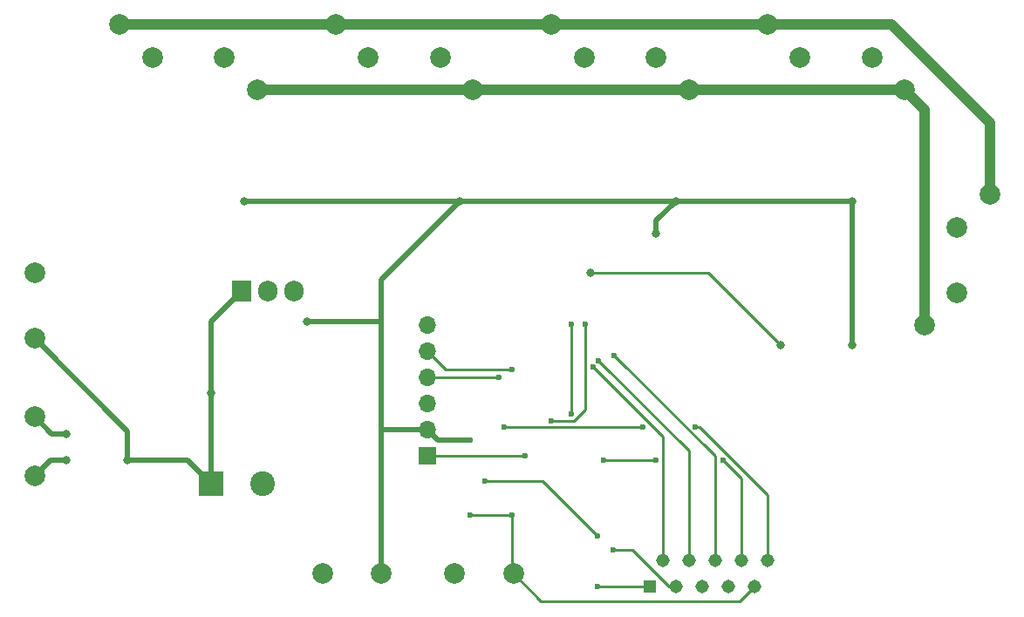
<source format=gbr>
G04 #@! TF.GenerationSoftware,KiCad,Pcbnew,(5.1.10-0-10_14)*
G04 #@! TF.CreationDate,2021-05-14T18:06:29+02:00*
G04 #@! TF.ProjectId,input-sel,696e7075-742d-4736-956c-2e6b69636164,rev?*
G04 #@! TF.SameCoordinates,Original*
G04 #@! TF.FileFunction,Copper,L2,Bot*
G04 #@! TF.FilePolarity,Positive*
%FSLAX46Y46*%
G04 Gerber Fmt 4.6, Leading zero omitted, Abs format (unit mm)*
G04 Created by KiCad (PCBNEW (5.1.10-0-10_14)) date 2021-05-14 18:06:29*
%MOMM*%
%LPD*%
G01*
G04 APERTURE LIST*
G04 #@! TA.AperFunction,ComponentPad*
%ADD10R,1.308000X1.308000*%
G04 #@! TD*
G04 #@! TA.AperFunction,ComponentPad*
%ADD11C,1.308000*%
G04 #@! TD*
G04 #@! TA.AperFunction,ComponentPad*
%ADD12O,1.905000X2.000000*%
G04 #@! TD*
G04 #@! TA.AperFunction,ComponentPad*
%ADD13R,1.905000X2.000000*%
G04 #@! TD*
G04 #@! TA.AperFunction,ComponentPad*
%ADD14C,2.400000*%
G04 #@! TD*
G04 #@! TA.AperFunction,ComponentPad*
%ADD15R,2.400000X2.400000*%
G04 #@! TD*
G04 #@! TA.AperFunction,ComponentPad*
%ADD16C,2.000000*%
G04 #@! TD*
G04 #@! TA.AperFunction,ComponentPad*
%ADD17O,1.700000X1.700000*%
G04 #@! TD*
G04 #@! TA.AperFunction,ComponentPad*
%ADD18R,1.700000X1.700000*%
G04 #@! TD*
G04 #@! TA.AperFunction,ViaPad*
%ADD19C,0.800000*%
G04 #@! TD*
G04 #@! TA.AperFunction,ViaPad*
%ADD20C,0.600000*%
G04 #@! TD*
G04 #@! TA.AperFunction,Conductor*
%ADD21C,0.500000*%
G04 #@! TD*
G04 #@! TA.AperFunction,Conductor*
%ADD22C,0.250000*%
G04 #@! TD*
G04 #@! TA.AperFunction,Conductor*
%ADD23C,1.000000*%
G04 #@! TD*
G04 APERTURE END LIST*
D10*
X178435000Y-105410000D03*
D11*
X179705000Y-102870000D03*
X180975000Y-105410000D03*
X182245000Y-102870000D03*
X183515000Y-105410000D03*
X184785000Y-102870000D03*
X186055000Y-105410000D03*
X187325000Y-102870000D03*
X188595000Y-105410000D03*
X189865000Y-102870000D03*
D12*
X143891000Y-76708000D03*
X141351000Y-76708000D03*
D13*
X138811000Y-76708000D03*
D14*
X140890000Y-95377000D03*
D15*
X135890000Y-95377000D03*
D16*
X189865000Y-50800000D03*
X193040000Y-53975000D03*
X203200000Y-57150000D03*
X200025000Y-53975000D03*
X168910000Y-50800000D03*
X172085000Y-53975000D03*
X182245000Y-57150000D03*
X179070000Y-53975000D03*
X147955000Y-50800000D03*
X151130000Y-53975000D03*
X161290000Y-57150000D03*
X158115000Y-53975000D03*
X127000000Y-50800000D03*
X130175000Y-53975000D03*
X140335000Y-57150000D03*
X137160000Y-53975000D03*
X211455000Y-67310000D03*
X208280000Y-70485000D03*
X205105000Y-80010000D03*
X208280000Y-76835000D03*
D17*
X156845000Y-80010000D03*
X156845000Y-82550000D03*
X156845000Y-85090000D03*
X156845000Y-87630000D03*
X156845000Y-90170000D03*
D18*
X156845000Y-92710000D03*
D16*
X118745000Y-88900000D03*
X118745000Y-94615000D03*
X118745000Y-74930000D03*
X118745000Y-81280000D03*
X146685000Y-104140000D03*
X152400000Y-104140000D03*
X159512000Y-104140000D03*
X165227000Y-104140000D03*
D19*
X127762000Y-93091000D03*
X135890000Y-86614000D03*
X198120000Y-81915000D03*
X198120000Y-67945000D03*
X180975000Y-67945000D03*
X160020000Y-67945000D03*
X139065000Y-67945000D03*
X179070000Y-71120000D03*
D20*
X161036000Y-91186000D03*
X174879000Y-101854000D03*
X162433000Y-95123000D03*
X173355000Y-100457000D03*
X154178000Y-90170000D03*
D19*
X145161000Y-79629000D03*
D20*
X165100000Y-98425000D03*
X161036000Y-98425000D03*
X164338000Y-89916000D03*
X177800000Y-89916000D03*
X182880000Y-89916000D03*
X173990000Y-93091000D03*
X179070000Y-93091000D03*
X185547000Y-93091000D03*
X175006000Y-82931000D03*
X173482000Y-83439000D03*
X172972058Y-84075942D03*
X173355000Y-105410000D03*
X165100000Y-84328000D03*
X163830000Y-85090000D03*
D19*
X172720000Y-74930000D03*
X191135000Y-81915000D03*
D20*
X170815000Y-79883000D03*
X170815000Y-88646000D03*
X172212000Y-79883000D03*
X168910000Y-89281000D03*
D19*
X121793000Y-93091000D03*
X121793000Y-90551000D03*
D20*
X166370000Y-92710000D03*
D21*
X127762000Y-90297000D02*
X118745000Y-81280000D01*
X127762000Y-93091000D02*
X127762000Y-90297000D01*
X133604000Y-93091000D02*
X135890000Y-95377000D01*
X127762000Y-93091000D02*
X133604000Y-93091000D01*
X135890000Y-95377000D02*
X135890000Y-86614000D01*
X135890000Y-79629000D02*
X138811000Y-76708000D01*
X135890000Y-86614000D02*
X135890000Y-79629000D01*
X198120000Y-81915000D02*
X198120000Y-67945000D01*
X198120000Y-67945000D02*
X180975000Y-67945000D01*
X180975000Y-67945000D02*
X160020000Y-67945000D01*
X160020000Y-67945000D02*
X139065000Y-67945000D01*
X179070000Y-69850000D02*
X180975000Y-67945000D01*
X179070000Y-71120000D02*
X179070000Y-69850000D01*
X157861000Y-91186000D02*
X156845000Y-90170000D01*
X161036000Y-91186000D02*
X157861000Y-91186000D01*
D22*
X180303001Y-105410000D02*
X180975000Y-105410000D01*
X176747001Y-101854000D02*
X180303001Y-105410000D01*
X174879000Y-101854000D02*
X176747001Y-101854000D01*
X168021000Y-95123000D02*
X173355000Y-100457000D01*
X162433000Y-95123000D02*
X168021000Y-95123000D01*
D21*
X152400000Y-104140000D02*
X152400000Y-90170000D01*
X160020000Y-67945000D02*
X152400000Y-75565000D01*
X154178000Y-90170000D02*
X152400000Y-90170000D01*
X156845000Y-90170000D02*
X154178000Y-90170000D01*
X152273000Y-79629000D02*
X152400000Y-79756000D01*
X145161000Y-79629000D02*
X152273000Y-79629000D01*
X152400000Y-79756000D02*
X152400000Y-90170000D01*
X152400000Y-75565000D02*
X152400000Y-79756000D01*
D22*
X165132000Y-104045000D02*
X165227000Y-104140000D01*
X165100000Y-104013000D02*
X165227000Y-104140000D01*
X165100000Y-98425000D02*
X165100000Y-104013000D01*
X188595000Y-105410000D02*
X187198000Y-106807000D01*
X167894000Y-106807000D02*
X165227000Y-104140000D01*
X187198000Y-106807000D02*
X167894000Y-106807000D01*
X165100000Y-98425000D02*
X161036000Y-98425000D01*
X164338000Y-89916000D02*
X177800000Y-89916000D01*
X189865000Y-96476736D02*
X189865000Y-102870000D01*
X183304264Y-89916000D02*
X189865000Y-96476736D01*
X182880000Y-89916000D02*
X183304264Y-89916000D01*
X173990000Y-93091000D02*
X179070000Y-93091000D01*
X185547000Y-93091000D02*
X187325000Y-94869000D01*
X187325000Y-94869000D02*
X187325000Y-102870000D01*
X184785000Y-92710000D02*
X184785000Y-102870000D01*
X175006000Y-82931000D02*
X184785000Y-92710000D01*
X182245000Y-92202000D02*
X182245000Y-102870000D01*
X173482000Y-83439000D02*
X182245000Y-92202000D01*
X179705000Y-90808884D02*
X179705000Y-102870000D01*
X172972058Y-84075942D02*
X179705000Y-90808884D01*
X173355000Y-105410000D02*
X178435000Y-105410000D01*
X158623000Y-84328000D02*
X156845000Y-82550000D01*
X165100000Y-84328000D02*
X158623000Y-84328000D01*
X163830000Y-85090000D02*
X156845000Y-85090000D01*
D23*
X140335000Y-57150000D02*
X161290000Y-57150000D01*
X161290000Y-57150000D02*
X182880000Y-57150000D01*
X182880000Y-57150000D02*
X203200000Y-57150000D01*
X203200000Y-57150000D02*
X205105000Y-59055000D01*
X205105000Y-59055000D02*
X205105000Y-80010000D01*
X127000000Y-50800000D02*
X147955000Y-50800000D01*
X147955000Y-50800000D02*
X168910000Y-50800000D01*
X168910000Y-50800000D02*
X189865000Y-50800000D01*
X189865000Y-50800000D02*
X201930000Y-50800000D01*
X211455000Y-60325000D02*
X211455000Y-67310000D01*
X201930000Y-50800000D02*
X211455000Y-60325000D01*
D22*
X184150000Y-74930000D02*
X191135000Y-81915000D01*
X172720000Y-74930000D02*
X184150000Y-74930000D01*
X170815000Y-88646000D02*
X170815000Y-79883000D01*
X171105002Y-89281000D02*
X168910000Y-89281000D01*
X172212000Y-88174002D02*
X171105002Y-89281000D01*
X172212000Y-79883000D02*
X172212000Y-88174002D01*
D21*
X120269000Y-93091000D02*
X118745000Y-94615000D01*
X121793000Y-93091000D02*
X120269000Y-93091000D01*
X120396000Y-90551000D02*
X118745000Y-88900000D01*
X121793000Y-90551000D02*
X120396000Y-90551000D01*
D22*
X156845000Y-92710000D02*
X166370000Y-92710000D01*
M02*

</source>
